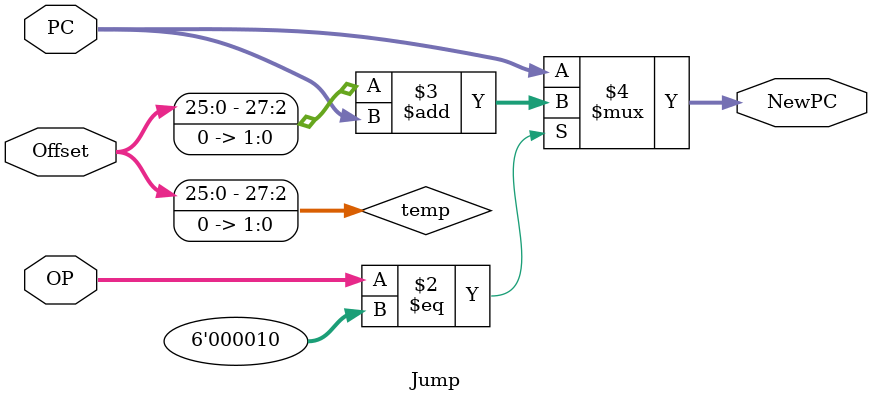
<source format=v>

module Jump( NewPC, Offset, PC, OP ) ;
	input[25:0] Offset ;
	input[31:0] PC ;
	input[5:0] OP ;
	output[31:0] NewPC ;
	
	wire[27:0] temp ;
	assign temp[27:0] = ( Offset << 2 ) ;
	assign NewPC[31:0] = ( OP == 2 ) ? ( temp + PC ) : PC ;
endmodule 
</source>
